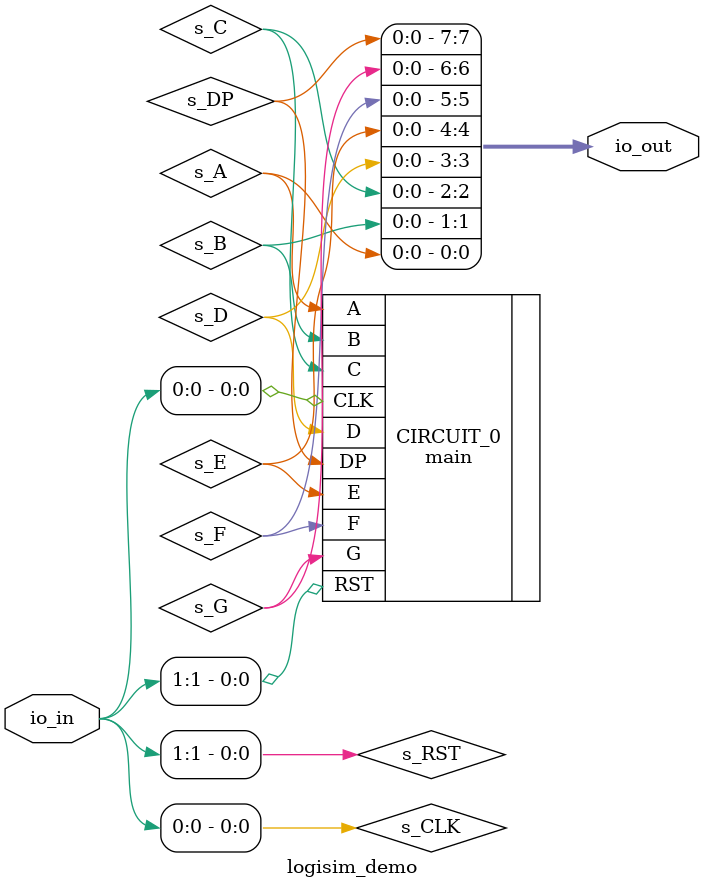
<source format=v>
`default_nettype none
module logisim_demo(
  input [7:0] io_in,
  output [7:0] io_out
);

   wire s_CLK = io_in[0];
   wire s_A;
   wire s_B;
   wire s_C;
   wire s_D;
   wire s_E;
   wire s_F;
   wire s_G;
   wire s_DP;
   assign io_out[0] = s_A;
   assign io_out[1] = s_B;
   assign io_out[2] = s_C;
   assign io_out[3] = s_D;
   assign io_out[4] = s_E;
   assign io_out[5] = s_F;
   assign io_out[6] = s_G;
   assign io_out[7] = s_DP;
   wire s_RST = io_in[1];

  main   CIRCUIT_0 (.CLK(s_CLK),
                     .A(s_A),
                     .B(s_B),
                     .C(s_C),
                     .D(s_D),
                     .E(s_E),
                     .F(s_F),
                     .G(s_G),
                     .DP(s_DP),
                     .RST(s_RST));
endmodule

</source>
